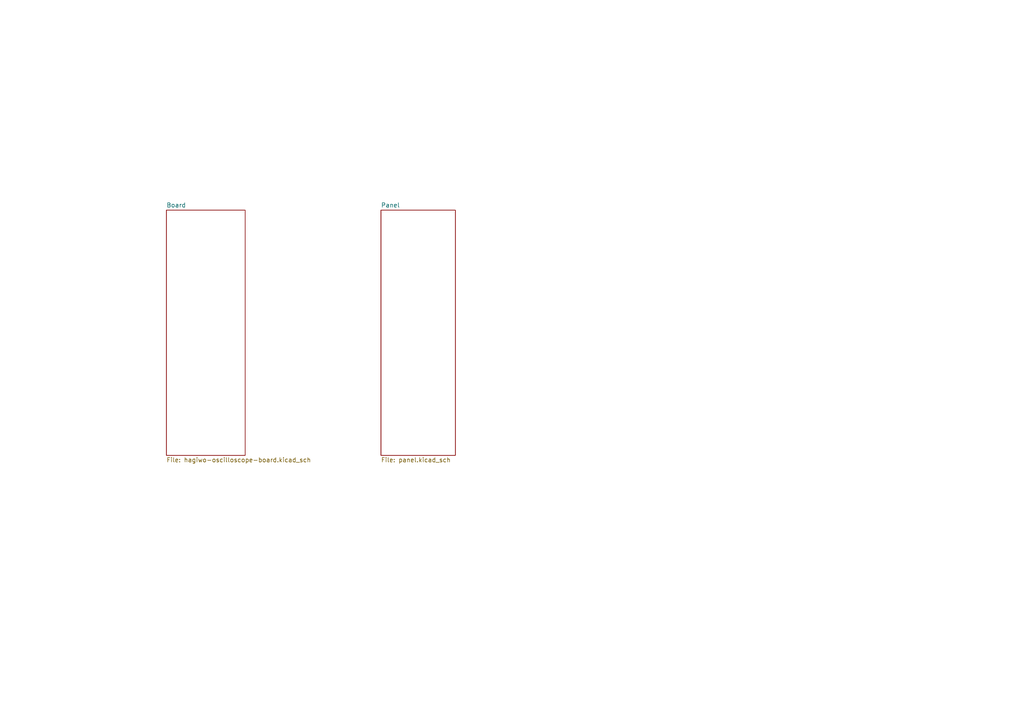
<source format=kicad_sch>
(kicad_sch (version 20211123) (generator eeschema)
  (paper "A4")
  (lib_symbols)
  (sheet (at 48.26 60.96) (size 22.86 71.12) (stroke (width 0.1524))
    (property "Sheet name" "Board" (at 48.26 60.2484 0) (effects (justify left bottom)))
    (property "Sheet file" "hagiwo-oscilloscope-board.kicad_sch" (at 48.26 132.6646 0) (effects (justify left top)))
  )
  (sheet (at 110.49 60.96) (size 21.59 71.12) (stroke (width 0.1524))
    (property "Sheet name" "Panel" (at 110.49 60.2484 0) (effects (justify left bottom)))
    (property "Sheet file" "panel.kicad_sch" (at 110.49 132.6646 0) (effects (justify left top)))
  )
)
</source>
